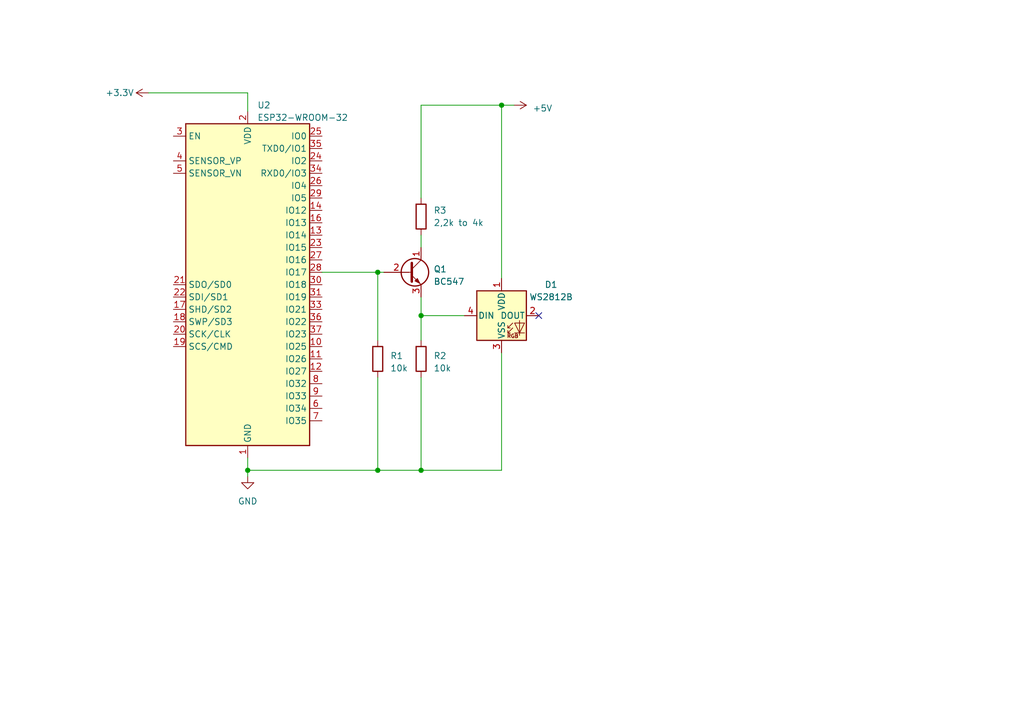
<source format=kicad_sch>
(kicad_sch (version 20230121) (generator eeschema)
  (paper "A5")
  (title_block (title "LEDController") (date "2023-11-13") (rev "01") (company "private") (comment 1 "Author: TheMaffinStuffer & ChrTopf"))
  (lib_symbols
    (symbol "Device:R" (pin_numbers hide) (pin_names (offset 0))
      (property "Reference" "R" (at 2.032 0 90))
      (property "Value" "R" (at 0 0 90))
      (symbol "R_0_1"
        (rectangle (start -1.016 -2.54) (end 1.016 2.54) (stroke (width 0.254)))
      )
      (symbol "R_1_1"
        (pin passive line (at 0 3.81 270) (length 1.27) (name "~") (number "1"))
        (pin passive line (at 0 -3.81 90) (length 1.27) (name "~") (number "2"))
      )
    )
    (symbol "LED:WS2812B" (pin_names (offset 0.254))
      (property "Reference" "D" (at 5.08 5.715 0))
      (property "Value" "WS2812B" (at 1.27 -5.715 0))
      (symbol "WS2812B_0_0"
        (text "RGB" (at 2.286 -4.191 0) (effects (font (size 0.762 0.762))))
      )
      (symbol "WS2812B_0_1"
        (polyline (pts (xy 1.27 -3.556) (xy 1.778 -3.556)))
        (polyline (pts (xy 1.27 -2.54) (xy 1.778 -2.54)))
        (polyline (pts (xy 4.699 -3.556) (xy 2.667 -3.556)))
        (polyline (pts (xy 2.286 -2.54) (xy 1.27 -3.556) (xy 1.27 -3.048)))
        (polyline (pts (xy 2.286 -1.524) (xy 1.27 -2.54) (xy 1.27 -2.032)))
        (polyline (pts (xy 3.683 -1.016) (xy 3.683 -3.556) (xy 3.683 -4.064)))
        (polyline (pts (xy 4.699 -1.524) (xy 2.667 -1.524) (xy 3.683 -3.556) (xy 4.699 -1.524)))
        (rectangle (start 5.08 5.08) (end -5.08 -5.08) (stroke (width 0.254)) (fill (type background)))
      )
      (symbol "WS2812B_1_1"
        (pin power_in line (at 0 7.62 270) (length 2.54) (name "VDD") (number "1"))
        (pin output line (at 7.62 0 180) (length 2.54) (name "DOUT") (number "2"))
        (pin power_in line (at 0 -7.62 90) (length 2.54) (name "VSS") (number "3"))
        (pin input line (at -7.62 0 0) (length 2.54) (name "DIN") (number "4"))
      )
    )
    (symbol "RF_Module:ESP32-WROOM-32"
      (property "Reference" "U" (at -12.7 34.29 0))
      (property "Value" "ESP32-WROOM-32" (at 1.27 34.29 0))
      (symbol "ESP32-WROOM-32_0_1"
        (rectangle (start -12.7 33.02) (end 12.7 -33.02) (stroke (width 0.254)) (fill (type background)))
      )
      (symbol "ESP32-WROOM-32_1_1"
        (pin power_in line (at 0 -35.56 90) (length 2.54) (name "GND") (number "1"))
        (pin bidirectional line (at 15.24 -12.7 180) (length 2.54) (name "IO25") (number "10"))
        (pin bidirectional line (at 15.24 -15.24 180) (length 2.54) (name "IO26") (number "11"))
        (pin bidirectional line (at 15.24 -17.78 180) (length 2.54) (name "IO27") (number "12"))
        (pin bidirectional line (at 15.24 10.16 180) (length 2.54) (name "IO14") (number "13"))
        (pin bidirectional line (at 15.24 15.24 180) (length 2.54) (name "IO12") (number "14"))
        (pin passive line (at 0 -35.56 90) (length 2.54) hide (name "GND") (number "15"))
        (pin bidirectional line (at 15.24 12.7 180) (length 2.54) (name "IO13") (number "16"))
        (pin bidirectional line (at -15.24 -5.08 0) (length 2.54) (name "SHD/SD2") (number "17"))
        (pin bidirectional line (at -15.24 -7.62 0) (length 2.54) (name "SWP/SD3") (number "18"))
        (pin bidirectional line (at -15.24 -12.7 0) (length 2.54) (name "SCS/CMD") (number "19"))
        (pin power_in line (at 0 35.56 270) (length 2.54) (name "VDD") (number "2"))
        (pin bidirectional line (at -15.24 -10.16 0) (length 2.54) (name "SCK/CLK") (number "20"))
        (pin bidirectional line (at -15.24 0 0) (length 2.54) (name "SDO/SD0") (number "21"))
        (pin bidirectional line (at -15.24 -2.54 0) (length 2.54) (name "SDI/SD1") (number "22"))
        (pin bidirectional line (at 15.24 7.62 180) (length 2.54) (name "IO15") (number "23"))
        (pin bidirectional line (at 15.24 25.4 180) (length 2.54) (name "IO2") (number "24"))
        (pin bidirectional line (at 15.24 30.48 180) (length 2.54) (name "IO0") (number "25"))
        (pin bidirectional line (at 15.24 20.32 180) (length 2.54) (name "IO4") (number "26"))
        (pin bidirectional line (at 15.24 5.08 180) (length 2.54) (name "IO16") (number "27"))
        (pin bidirectional line (at 15.24 2.54 180) (length 2.54) (name "IO17") (number "28"))
        (pin bidirectional line (at 15.24 17.78 180) (length 2.54) (name "IO5") (number "29"))
        (pin input line (at -15.24 30.48 0) (length 2.54) (name "EN") (number "3"))
        (pin bidirectional line (at 15.24 0 180) (length 2.54) (name "IO18") (number "30"))
        (pin bidirectional line (at 15.24 -2.54 180) (length 2.54) (name "IO19") (number "31"))
        (pin no_connect line (at -12.7 -27.94 0) (length 2.54) hide (name "NC") (number "32"))
        (pin bidirectional line (at 15.24 -5.08 180) (length 2.54) (name "IO21") (number "33"))
        (pin bidirectional line (at 15.24 22.86 180) (length 2.54) (name "RXD0/IO3") (number "34"))
        (pin bidirectional line (at 15.24 27.94 180) (length 2.54) (name "TXD0/IO1") (number "35"))
        (pin bidirectional line (at 15.24 -7.62 180) (length 2.54) (name "IO22") (number "36"))
        (pin bidirectional line (at 15.24 -10.16 180) (length 2.54) (name "IO23") (number "37"))
        (pin passive line (at 0 -35.56 90) (length 2.54) hide (name "GND") (number "38"))
        (pin passive line (at 0 -35.56 90) (length 2.54) hide (name "GND") (number "39"))
        (pin input line (at -15.24 25.4 0) (length 2.54) (name "SENSOR_VP") (number "4"))
        (pin input line (at -15.24 22.86 0) (length 2.54) (name "SENSOR_VN") (number "5"))
        (pin input line (at 15.24 -25.4 180) (length 2.54) (name "IO34") (number "6"))
        (pin input line (at 15.24 -27.94 180) (length 2.54) (name "IO35") (number "7"))
        (pin bidirectional line (at 15.24 -20.32 180) (length 2.54) (name "IO32") (number "8"))
        (pin bidirectional line (at 15.24 -22.86 180) (length 2.54) (name "IO33") (number "9"))
      )
    )
    (symbol "Transistor_BJT:BC547" (pin_names (offset 0) hide)
      (property "Reference" "Q" (at 5.08 1.905 0))
      (property "Value" "BC547" (at 5.08 0 0))
      (symbol "BC547_0_1"
        (polyline (pts (xy 0 0) (xy 0.635 0)))
        (polyline (pts (xy 0.635 0.635) (xy 2.54 2.54)))
        (polyline (pts (xy 0.635 -0.635) (xy 2.54 -2.54) (xy 2.54 -2.54)))
        (polyline (pts (xy 0.635 1.905) (xy 0.635 -1.905) (xy 0.635 -1.905)) (stroke (width 0.508)))
        (polyline (pts (xy 1.27 -1.778) (xy 1.778 -1.27) (xy 2.286 -2.286) (xy 1.27 -1.778) (xy 1.27 -1.778)) (fill (type outline)))
        (circle (center 1.27 0) (radius 2.8194) (stroke (width 0.254)))
      )
      (symbol "BC547_1_1"
        (pin passive line (at 2.54 5.08 270) (length 2.54) (name "C") (number "1"))
        (pin input line (at -5.08 0 0) (length 5.08) (name "B") (number "2"))
        (pin passive line (at 2.54 -5.08 90) (length 2.54) (name "E") (number "3"))
      )
    )
    (symbol "power:+3.3V" (power) (pin_names (offset 0))
      (property "Value" "+3.3V" (at 0 3.556 0))
      (symbol "+3.3V_0_1"
        (polyline (pts (xy -0.762 1.27) (xy 0 2.54)))
        (polyline (pts (xy 0 0) (xy 0 2.54)))
        (polyline (pts (xy 0 2.54) (xy 0.762 1.27)))
      )
      (symbol "+3.3V_1_1"
        (pin power_in line (at 0 0 90) (length 0) hide (name "+3.3V") (number "1"))
      )
    )
    (symbol "power:+5V" (power) (pin_names (offset 0))
      (property "Value" "+5V" (at 0 3.556 0))
      (symbol "+5V_0_1"
        (polyline (pts (xy -0.762 1.27) (xy 0 2.54)))
        (polyline (pts (xy 0 0) (xy 0 2.54)))
        (polyline (pts (xy 0 2.54) (xy 0.762 1.27)))
      )
      (symbol "+5V_1_1"
        (pin power_in line (at 0 0 90) (length 0) hide (name "+5V") (number "1"))
      )
    )
    (symbol "power:GND" (power) (pin_names (offset 0))
      (property "Value" "GND" (at 0 -3.81 0))
      (symbol "GND_0_1"
        (polyline (pts (xy 0 0) (xy 0 -1.27) (xy 1.27 -1.27) (xy 0 -2.54) (xy -1.27 -1.27) (xy 0 -1.27)))
      )
      (symbol "GND_1_1"
        (pin power_in line (at 0 0 270) (length 0) hide (name "GND") (number "1"))
      )
    )
  )
  (junction (at 86.36 96.52))
  (junction (at 86.36 64.77))
  (junction (at 50.8 96.52))
  (junction (at 77.47 96.52))
  (junction (at 77.47 55.88))
  (junction (at 102.87 21.59))
  (no_connect (at 110.49 64.77))
  (wire (pts (xy 77.47 77.47) (xy 77.47 96.52)))
  (wire (pts (xy 102.87 21.59) (xy 102.87 57.15)))
  (wire (pts (xy 86.36 21.59) (xy 86.36 40.64)))
  (wire (pts (xy 86.36 96.52) (xy 77.47 96.52)))
  (wire (pts (xy 86.36 77.47) (xy 86.36 96.52)))
  (wire (pts (xy 86.36 21.59) (xy 102.87 21.59)))
  (wire (pts (xy 102.87 96.52) (xy 86.36 96.52)))
  (wire (pts (xy 50.8 97.79) (xy 50.8 96.52)))
  (wire (pts (xy 102.87 21.59) (xy 105.41 21.59)))
  (wire (pts (xy 86.36 64.77) (xy 86.36 69.85)))
  (wire (pts (xy 86.36 60.96) (xy 86.36 64.77)))
  (wire (pts (xy 77.47 55.88) (xy 77.47 69.85)))
  (wire (pts (xy 77.47 55.88) (xy 78.74 55.88)))
  (wire (pts (xy 50.8 19.05) (xy 50.8 22.86)))
  (wire (pts (xy 86.36 64.77) (xy 95.25 64.77)))
  (wire (pts (xy 50.8 96.52) (xy 77.47 96.52)))
  (wire (pts (xy 66.04 55.88) (xy 77.47 55.88)))
  (wire (pts (xy 30.48 19.05) (xy 50.8 19.05)))
  (wire (pts (xy 50.8 93.98) (xy 50.8 96.52)))
  (wire (pts (xy 102.87 72.39) (xy 102.87 96.52)))
  (wire (pts (xy 86.36 48.26) (xy 86.36 50.8)))
  (symbol (lib_id "Device:R") (at 86.36 73.66 0) (unit 1)
    (property "Reference" "R2" (at 88.9 73.025 0) (effects (justify left)))
    (property "Value" "10k" (at 88.9 75.565 0) (effects (justify left)))
  )
  (symbol (lib_id "Device:R") (at 86.36 44.45 0) (unit 1)
    (property "Reference" "R3" (at 88.9 43.18 0) (effects (justify left)))
    (property "Value" "2,2k to 4k" (at 88.9 45.72 0) (effects (justify left)))
  )
  (symbol (lib_id "Transistor_BJT:BC547") (at 83.82 55.88 0) (unit 1)
    (property "Reference" "Q1" (at 88.9 55.245 0) (effects (justify left)))
    (property "Value" "BC547" (at 88.9 57.785 0) (effects (justify left)))
    (property "Footprint" "Package_TO_SOT_THT:TO-92_Inline" (effects hide))
    (property "Datasheet" "https://www.onsemi.com/pub/Collateral/BC550-D.pdf" (effects hide))
  )
  (symbol (lib_id "Device:R") (at 77.47 73.66 0) (unit 1)
    (property "Reference" "R1" (at 80.01 73.025 0) (effects (justify left)))
    (property "Value" "10k" (at 80.01 75.565 0) (effects (justify left)))
  )
  (symbol (lib_id "LED:WS2812B") (at 102.87 64.77 0) (unit 1)
    (property "Reference" "D1" (at 113.03 58.42 0))
    (property "Value" "WS2812B" (at 113.03 60.96 0))
    (property "Footprint" "LED_SMD:LED_WS2812B_PLCC4_5.0x5.0mm_P3.2mm" (effects hide))
    (property "Datasheet" "https://cdn-shop.adafruit.com/datasheets/WS2812B.pdf" (effects hide))
  )
  (symbol (lib_id "RF_Module:ESP32-WROOM-32") (at 50.8 58.42 0) (unit 1)
    (property "Reference" "U2" (at 52.7559 21.59 0) (effects (justify left)))
    (property "Value" "ESP32-WROOM-32" (at 52.7559 24.13 0) (effects (justify left)))
    (property "Footprint" "RF_Module:ESP32-WROOM-32" (effects hide))
    (property "Datasheet" "https://www.espressif.com/sites/default/files/documentation/esp32-wroom-32_datasheet_en.pdf" (effects hide))
  )
  (symbol (lib_id "power:+5V") (at 105.41 21.59 270) (unit 1)
    (property "Reference" "#PWR01" (effects hide))
    (property "Value" "+5V" (at 109.22 22.225 90) (effects (justify left)))
  )
  (symbol (lib_id "power:GND") (at 50.8 97.79 0) (unit 1)
    (property "Reference" "#PWR02" (effects hide))
    (property "Value" "GND" (at 50.8 102.87 0))
  )
  (symbol (lib_id "power:+3.3V") (at 30.48 19.05 90) (unit 1)
    (property "Reference" "#PWR03" (effects hide))
    (property "Value" "+3.3V" (at 21.59 19.05 90) (effects (justify right)))
  )
)
</source>
